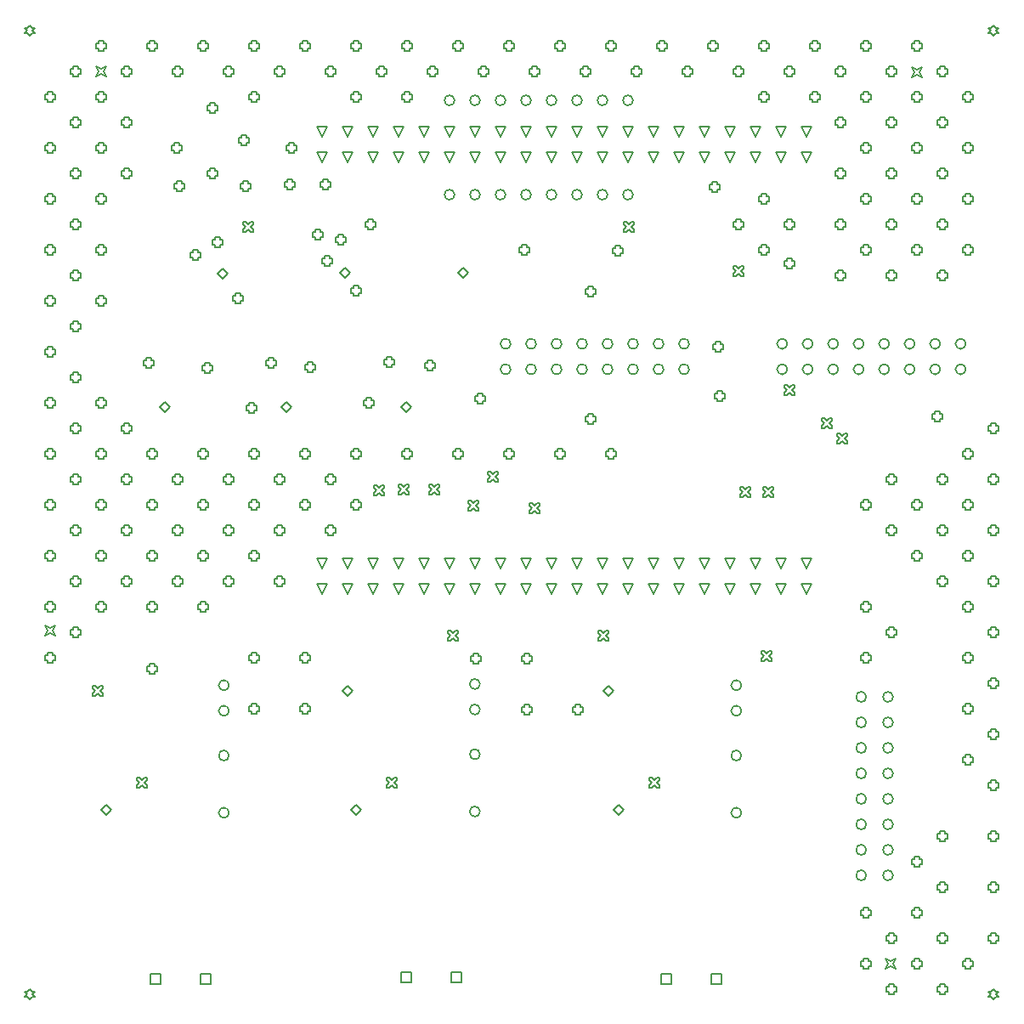
<source format=gbr>
G04 Layer_Color=2752767*
%FSLAX26Y26*%
%MOIN*%
%TF.FileFunction,Drawing*%
%TF.Part,Single*%
G01*
G75*
%TA.AperFunction,NonConductor*%
%ADD65C,0.005000*%
%ADD83C,0.006667*%
D65*
X471575Y40000D02*
Y80000D01*
X511575D01*
Y40000D01*
X471575D01*
X668425D02*
Y80000D01*
X708425D01*
Y40000D01*
X668425D01*
X1455945Y45000D02*
Y85000D01*
X1495945D01*
Y45000D01*
X1455945D01*
X1652795D02*
Y85000D01*
X1692795D01*
Y45000D01*
X1652795D01*
X2476575Y40000D02*
Y80000D01*
X2516575D01*
Y40000D01*
X2476575D01*
X2673425D02*
Y80000D01*
X2713425D01*
Y40000D01*
X2673425D01*
X1245000Y3262913D02*
X1225000Y3302913D01*
X1265000D01*
X1245000Y3262913D01*
X1345000D02*
X1325000Y3302913D01*
X1365000D01*
X1345000Y3262913D01*
X1445000D02*
X1425000Y3302913D01*
X1465000D01*
X1445000Y3262913D01*
X1545000D02*
X1525000Y3302913D01*
X1565000D01*
X1545000Y3262913D01*
X1645000D02*
X1625000Y3302913D01*
X1665000D01*
X1645000Y3262913D01*
X1745000D02*
X1725000Y3302913D01*
X1765000D01*
X1745000Y3262913D01*
X1845000D02*
X1825000Y3302913D01*
X1865000D01*
X1845000Y3262913D01*
X1945000D02*
X1925000Y3302913D01*
X1965000D01*
X1945000Y3262913D01*
X2045000D02*
X2025000Y3302913D01*
X2065000D01*
X2045000Y3262913D01*
X2145000D02*
X2125000Y3302913D01*
X2165000D01*
X2145000Y3262913D01*
X2245000D02*
X2225000Y3302913D01*
X2265000D01*
X2245000Y3262913D01*
X2345000D02*
X2325000Y3302913D01*
X2365000D01*
X2345000Y3262913D01*
X2445000D02*
X2425000Y3302913D01*
X2465000D01*
X2445000Y3262913D01*
X2545000D02*
X2525000Y3302913D01*
X2565000D01*
X2545000Y3262913D01*
X2645000D02*
X2625000Y3302913D01*
X2665000D01*
X2645000Y3262913D01*
X2745000D02*
X2725000Y3302913D01*
X2765000D01*
X2745000Y3262913D01*
X2845000D02*
X2825000Y3302913D01*
X2865000D01*
X2845000Y3262913D01*
X2945000D02*
X2925000Y3302913D01*
X2965000D01*
X2945000Y3262913D01*
X3045000D02*
X3025000Y3302913D01*
X3065000D01*
X3045000Y3262913D01*
X1145000Y3362913D02*
X1125000Y3402913D01*
X1165000D01*
X1145000Y3362913D01*
X1245000D02*
X1225000Y3402913D01*
X1265000D01*
X1245000Y3362913D01*
X1345000D02*
X1325000Y3402913D01*
X1365000D01*
X1345000Y3362913D01*
X1445000D02*
X1425000Y3402913D01*
X1465000D01*
X1445000Y3362913D01*
X1545000D02*
X1525000Y3402913D01*
X1565000D01*
X1545000Y3362913D01*
X1645000D02*
X1625000Y3402913D01*
X1665000D01*
X1645000Y3362913D01*
X1745000D02*
X1725000Y3402913D01*
X1765000D01*
X1745000Y3362913D01*
X1845000D02*
X1825000Y3402913D01*
X1865000D01*
X1845000Y3362913D01*
X1945000D02*
X1925000Y3402913D01*
X1965000D01*
X1945000Y3362913D01*
X2045000D02*
X2025000Y3402913D01*
X2065000D01*
X2045000Y3362913D01*
X2145000D02*
X2125000Y3402913D01*
X2165000D01*
X2145000Y3362913D01*
X2245000D02*
X2225000Y3402913D01*
X2265000D01*
X2245000Y3362913D01*
X2345000D02*
X2325000Y3402913D01*
X2365000D01*
X2345000Y3362913D01*
X2445000D02*
X2425000Y3402913D01*
X2465000D01*
X2445000Y3362913D01*
X2545000D02*
X2525000Y3402913D01*
X2565000D01*
X2545000Y3362913D01*
X2645000D02*
X2625000Y3402913D01*
X2665000D01*
X2645000Y3362913D01*
X2745000D02*
X2725000Y3402913D01*
X2765000D01*
X2745000Y3362913D01*
X2845000D02*
X2825000Y3402913D01*
X2865000D01*
X2845000Y3362913D01*
X2945000D02*
X2925000Y3402913D01*
X2965000D01*
X2945000Y3362913D01*
X3045000D02*
X3025000Y3402913D01*
X3065000D01*
X3045000Y3362913D01*
X1145000Y3262913D02*
X1125000Y3302913D01*
X1165000D01*
X1145000Y3262913D01*
X3045000Y1670000D02*
X3025000Y1710000D01*
X3065000D01*
X3045000Y1670000D01*
X2945000D02*
X2925000Y1710000D01*
X2965000D01*
X2945000Y1670000D01*
X2845000D02*
X2825000Y1710000D01*
X2865000D01*
X2845000Y1670000D01*
X2745000D02*
X2725000Y1710000D01*
X2765000D01*
X2745000Y1670000D01*
X2645000D02*
X2625000Y1710000D01*
X2665000D01*
X2645000Y1670000D01*
X2545000D02*
X2525000Y1710000D01*
X2565000D01*
X2545000Y1670000D01*
X2445000D02*
X2425000Y1710000D01*
X2465000D01*
X2445000Y1670000D01*
X2345000D02*
X2325000Y1710000D01*
X2365000D01*
X2345000Y1670000D01*
X2245000D02*
X2225000Y1710000D01*
X2265000D01*
X2245000Y1670000D01*
X2145000D02*
X2125000Y1710000D01*
X2165000D01*
X2145000Y1670000D01*
X2045000D02*
X2025000Y1710000D01*
X2065000D01*
X2045000Y1670000D01*
X1945000D02*
X1925000Y1710000D01*
X1965000D01*
X1945000Y1670000D01*
X1845000D02*
X1825000Y1710000D01*
X1865000D01*
X1845000Y1670000D01*
X1745000D02*
X1725000Y1710000D01*
X1765000D01*
X1745000Y1670000D01*
X1645000D02*
X1625000Y1710000D01*
X1665000D01*
X1645000Y1670000D01*
X1545000D02*
X1525000Y1710000D01*
X1565000D01*
X1545000Y1670000D01*
X1445000D02*
X1425000Y1710000D01*
X1465000D01*
X1445000Y1670000D01*
X1345000D02*
X1325000Y1710000D01*
X1365000D01*
X1345000Y1670000D01*
X1245000D02*
X1225000Y1710000D01*
X1265000D01*
X1245000Y1670000D01*
X1145000D02*
X1125000Y1710000D01*
X1165000D01*
X1145000Y1670000D01*
X3045000Y1570000D02*
X3025000Y1610000D01*
X3065000D01*
X3045000Y1570000D01*
X2945000D02*
X2925000Y1610000D01*
X2965000D01*
X2945000Y1570000D01*
X2845000D02*
X2825000Y1610000D01*
X2865000D01*
X2845000Y1570000D01*
X2745000D02*
X2725000Y1610000D01*
X2765000D01*
X2745000Y1570000D01*
X2645000D02*
X2625000Y1610000D01*
X2665000D01*
X2645000Y1570000D01*
X2545000D02*
X2525000Y1610000D01*
X2565000D01*
X2545000Y1570000D01*
X2445000D02*
X2425000Y1610000D01*
X2465000D01*
X2445000Y1570000D01*
X2345000D02*
X2325000Y1610000D01*
X2365000D01*
X2345000Y1570000D01*
X2245000D02*
X2225000Y1610000D01*
X2265000D01*
X2245000Y1570000D01*
X2145000D02*
X2125000Y1610000D01*
X2165000D01*
X2145000Y1570000D01*
X2045000D02*
X2025000Y1610000D01*
X2065000D01*
X2045000Y1570000D01*
X1945000D02*
X1925000Y1610000D01*
X1965000D01*
X1945000Y1570000D01*
X1845000D02*
X1825000Y1610000D01*
X1865000D01*
X1845000Y1570000D01*
X1745000D02*
X1725000Y1610000D01*
X1765000D01*
X1745000Y1570000D01*
X1645000D02*
X1625000Y1610000D01*
X1665000D01*
X1645000Y1570000D01*
X1545000D02*
X1525000Y1610000D01*
X1565000D01*
X1545000Y1570000D01*
X1445000D02*
X1425000Y1610000D01*
X1465000D01*
X1445000Y1570000D01*
X1345000D02*
X1325000Y1610000D01*
X1365000D01*
X1345000Y1570000D01*
X1245000D02*
X1225000Y1610000D01*
X1265000D01*
X1245000Y1570000D01*
X1145000D02*
X1125000Y1610000D01*
X1165000D01*
X1145000Y1570000D01*
X1Y-20000D02*
X10001Y-10000D01*
X20001D01*
X10001Y-0D01*
X20001Y10000D01*
X10001D01*
X1Y20000D01*
X-9999Y10000D01*
X-19999D01*
X-9999Y-0D01*
X-19999Y-10000D01*
X-9999D01*
X1Y-20000D01*
Y3759528D02*
X10001Y3769528D01*
X20001D01*
X10001Y3779528D01*
X20001Y3789528D01*
X10001D01*
X1Y3799528D01*
X-9999Y3789528D01*
X-19999D01*
X-9999Y3779528D01*
X-19999Y3769528D01*
X-9999D01*
X1Y3759528D01*
X3779527Y-20000D02*
X3789527Y-10000D01*
X3799527D01*
X3789527Y-0D01*
X3799527Y10000D01*
X3789527D01*
X3779527Y20000D01*
X3769527Y10000D01*
X3759527D01*
X3769527Y-0D01*
X3759527Y-10000D01*
X3769527D01*
X3779527Y-20000D01*
Y3759528D02*
X3789527Y3769528D01*
X3799527D01*
X3789527Y3779528D01*
X3799527Y3789528D01*
X3789527D01*
X3779527Y3799528D01*
X3769527Y3789528D01*
X3759527D01*
X3769527Y3779528D01*
X3759527Y3769528D01*
X3769527D01*
X3779527Y3759528D01*
X60000Y1405000D02*
X70000Y1425000D01*
X60000Y1445000D01*
X80000Y1435000D01*
X100000Y1445000D01*
X90000Y1425000D01*
X100000Y1405000D01*
X80000Y1415000D01*
X60000Y1405000D01*
X260000Y3600000D02*
X270000Y3620000D01*
X260000Y3640000D01*
X280000Y3630000D01*
X300000Y3640000D01*
X290000Y3620000D01*
X300000Y3600000D01*
X280000Y3610000D01*
X260000Y3600000D01*
X3460000Y3595000D02*
X3470000Y3615000D01*
X3460000Y3635000D01*
X3480000Y3625000D01*
X3500000Y3635000D01*
X3490000Y3615000D01*
X3500000Y3595000D01*
X3480000Y3605000D01*
X3460000Y3595000D01*
X3355000Y100000D02*
X3365000Y120000D01*
X3355000Y140000D01*
X3375000Y130000D01*
X3395000Y140000D01*
X3385000Y120000D01*
X3395000Y100000D01*
X3375000Y110000D01*
X3355000Y100000D01*
X1930000Y2910000D02*
Y2900000D01*
X1950000D01*
Y2910000D01*
X1960000D01*
Y2930000D01*
X1950000D01*
Y2940000D01*
X1930000D01*
Y2930000D01*
X1920000D01*
Y2910000D01*
X1930000D01*
X2760000Y2815000D02*
X2770000D01*
X2780000Y2825000D01*
X2790000Y2815000D01*
X2800000D01*
Y2825000D01*
X2790000Y2835000D01*
X2800000Y2845000D01*
Y2855000D01*
X2790000D01*
X2780000Y2845000D01*
X2770000Y2855000D01*
X2760000D01*
Y2845000D01*
X2770000Y2835000D01*
X2760000Y2825000D01*
Y2815000D01*
X2190000Y2745000D02*
Y2735000D01*
X2210000D01*
Y2745000D01*
X2220000D01*
Y2765000D01*
X2210000D01*
Y2775000D01*
X2190000D01*
Y2765000D01*
X2180000D01*
Y2745000D01*
X2190000D01*
X1170000Y2010000D02*
Y2000000D01*
X1190000D01*
Y2010000D01*
X1200000D01*
Y2030000D01*
X1190000D01*
Y2040000D01*
X1170000D01*
Y2030000D01*
X1160000D01*
Y2010000D01*
X1170000D01*
X1270000Y2110000D02*
Y2100000D01*
X1290000D01*
Y2110000D01*
X1300000D01*
Y2130000D01*
X1290000D01*
Y2140000D01*
X1270000D01*
Y2130000D01*
X1260000D01*
Y2110000D01*
X1270000D01*
X870000D02*
Y2100000D01*
X890000D01*
Y2110000D01*
X900000D01*
Y2130000D01*
X890000D01*
Y2140000D01*
X870000D01*
Y2130000D01*
X860000D01*
Y2110000D01*
X870000D01*
X970000Y2010000D02*
Y2000000D01*
X990000D01*
Y2010000D01*
X1000000D01*
Y2030000D01*
X990000D01*
Y2040000D01*
X970000D01*
Y2030000D01*
X960000D01*
Y2010000D01*
X970000D01*
X1070000Y2110000D02*
Y2100000D01*
X1090000D01*
Y2110000D01*
X1100000D01*
Y2130000D01*
X1090000D01*
Y2140000D01*
X1070000D01*
Y2130000D01*
X1060000D01*
Y2110000D01*
X1070000D01*
X1270000Y2750000D02*
Y2740000D01*
X1290000D01*
Y2750000D01*
X1300000D01*
Y2770000D01*
X1290000D01*
Y2780000D01*
X1270000D01*
Y2770000D01*
X1260000D01*
Y2750000D01*
X1270000D01*
X1215000Y2830000D02*
X1235000Y2850000D01*
X1255000Y2830000D01*
X1235000Y2810000D01*
X1215000Y2830000D01*
X509370Y2300630D02*
X529370Y2320630D01*
X549370Y2300630D01*
X529370Y2280630D01*
X509370Y2300630D01*
X984370D02*
X1004370Y2320630D01*
X1024370Y2300630D01*
X1004370Y2280630D01*
X984370Y2300630D01*
X1454370D02*
X1474370Y2320630D01*
X1494370Y2300630D01*
X1474370Y2280630D01*
X1454370Y2300630D01*
X1397717Y2470000D02*
Y2460000D01*
X1417717D01*
Y2470000D01*
X1427717D01*
Y2490000D01*
X1417717D01*
Y2500000D01*
X1397717D01*
Y2490000D01*
X1387717D01*
Y2470000D01*
X1397717D01*
X935000Y2465000D02*
Y2455000D01*
X955000D01*
Y2465000D01*
X965000D01*
Y2485000D01*
X955000D01*
Y2495000D01*
X935000D01*
Y2485000D01*
X925000D01*
Y2465000D01*
X935000D01*
X1677717Y2830000D02*
X1697717Y2850000D01*
X1717717Y2830000D01*
X1697717Y2810000D01*
X1677717Y2830000D01*
X735000Y2825000D02*
X755000Y2845000D01*
X775000Y2825000D01*
X755000Y2805000D01*
X735000Y2825000D01*
X835000Y2990000D02*
X845000D01*
X855000Y3000000D01*
X865000Y2990000D01*
X875000D01*
Y3000000D01*
X865000Y3010000D01*
X875000Y3020000D01*
Y3030000D01*
X865000D01*
X855000Y3020000D01*
X845000Y3030000D01*
X835000D01*
Y3020000D01*
X845000Y3010000D01*
X835000Y3000000D01*
Y2990000D01*
X2330000D02*
X2340000D01*
X2350000Y3000000D01*
X2360000Y2990000D01*
X2370000D01*
Y3000000D01*
X2360000Y3010000D01*
X2370000Y3020000D01*
Y3030000D01*
X2360000D01*
X2350000Y3020000D01*
X2340000Y3030000D01*
X2330000D01*
Y3020000D01*
X2340000Y3010000D01*
X2330000Y3000000D01*
Y2990000D01*
X2870000Y1305000D02*
X2880000D01*
X2890000Y1315000D01*
X2900000Y1305000D01*
X2910000D01*
Y1315000D01*
X2900000Y1325000D01*
X2910000Y1335000D01*
Y1345000D01*
X2900000D01*
X2890000Y1335000D01*
X2880000Y1345000D01*
X2870000D01*
Y1335000D01*
X2880000Y1325000D01*
X2870000Y1315000D01*
Y1305000D01*
X1225000Y1190000D02*
X1245000Y1210000D01*
X1265000Y1190000D01*
X1245000Y1170000D01*
X1225000Y1190000D01*
X2250000D02*
X2270000Y1210000D01*
X2290000Y1190000D01*
X2270000Y1170000D01*
X2250000Y1190000D01*
X245000Y1170000D02*
X255000D01*
X265000Y1180000D01*
X275000Y1170000D01*
X285000D01*
Y1180000D01*
X275000Y1190000D01*
X285000Y1200000D01*
Y1210000D01*
X275000D01*
X265000Y1200000D01*
X255000Y1210000D01*
X245000D01*
Y1200000D01*
X255000Y1190000D01*
X245000Y1180000D01*
Y1170000D01*
X1640000Y1385000D02*
X1650000D01*
X1660000Y1395000D01*
X1670000Y1385000D01*
X1680000D01*
Y1395000D01*
X1670000Y1405000D01*
X1680000Y1415000D01*
Y1425000D01*
X1670000D01*
X1660000Y1415000D01*
X1650000Y1425000D01*
X1640000D01*
Y1415000D01*
X1650000Y1405000D01*
X1640000Y1395000D01*
Y1385000D01*
X2230000D02*
X2240000D01*
X2250000Y1395000D01*
X2260000Y1385000D01*
X2270000D01*
Y1395000D01*
X2260000Y1405000D01*
X2270000Y1415000D01*
Y1425000D01*
X2260000D01*
X2250000Y1415000D01*
X2240000Y1425000D01*
X2230000D01*
Y1415000D01*
X2240000Y1405000D01*
X2230000Y1395000D01*
Y1385000D01*
X2430000Y810000D02*
X2440000D01*
X2450000Y820000D01*
X2460000Y810000D01*
X2470000D01*
Y820000D01*
X2460000Y830000D01*
X2470000Y840000D01*
Y850000D01*
X2460000D01*
X2450000Y840000D01*
X2440000Y850000D01*
X2430000D01*
Y840000D01*
X2440000Y830000D01*
X2430000Y820000D01*
Y810000D01*
X2287598Y722598D02*
X2307598Y742598D01*
X2327598Y722598D01*
X2307598Y702598D01*
X2287598Y722598D01*
X1400000Y810000D02*
X1410000D01*
X1420000Y820000D01*
X1430000Y810000D01*
X1440000D01*
Y820000D01*
X1430000Y830000D01*
X1440000Y840000D01*
Y850000D01*
X1430000D01*
X1420000Y840000D01*
X1410000Y850000D01*
X1400000D01*
Y840000D01*
X1410000Y830000D01*
X1400000Y820000D01*
Y810000D01*
X1257598Y722598D02*
X1277598Y742598D01*
X1297598Y722598D01*
X1277598Y702598D01*
X1257598Y722598D01*
X420000Y810000D02*
X430000D01*
X440000Y820000D01*
X450000Y810000D01*
X460000D01*
Y820000D01*
X450000Y830000D01*
X460000Y840000D01*
Y850000D01*
X450000D01*
X440000Y840000D01*
X430000Y850000D01*
X420000D01*
Y840000D01*
X430000Y830000D01*
X420000Y820000D01*
Y810000D01*
X277598Y722598D02*
X297598Y742598D01*
X317598Y722598D01*
X297598Y702598D01*
X277598Y722598D01*
X2675000Y3155000D02*
Y3145000D01*
X2695000D01*
Y3155000D01*
X2705000D01*
Y3175000D01*
X2695000D01*
Y3185000D01*
X2675000D01*
Y3175000D01*
X2665000D01*
Y3155000D01*
X2675000D01*
X1960000Y1885000D02*
X1970000D01*
X1980000Y1895000D01*
X1990000Y1885000D01*
X2000000D01*
Y1895000D01*
X1990000Y1905000D01*
X2000000Y1915000D01*
Y1925000D01*
X1990000D01*
X1980000Y1915000D01*
X1970000Y1925000D01*
X1960000D01*
Y1915000D01*
X1970000Y1905000D01*
X1960000Y1895000D01*
Y1885000D01*
X1795000Y2010000D02*
X1805000D01*
X1815000Y2020000D01*
X1825000Y2010000D01*
X1835000D01*
Y2020000D01*
X1825000Y2030000D01*
X1835000Y2040000D01*
Y2050000D01*
X1825000D01*
X1815000Y2040000D01*
X1805000Y2050000D01*
X1795000D01*
Y2040000D01*
X1805000Y2030000D01*
X1795000Y2020000D01*
Y2010000D01*
X1270000Y3510000D02*
Y3500000D01*
X1290000D01*
Y3510000D01*
X1300000D01*
Y3530000D01*
X1290000D01*
Y3540000D01*
X1270000D01*
Y3530000D01*
X1260000D01*
Y3510000D01*
X1270000D01*
X1470000D02*
Y3500000D01*
X1490000D01*
Y3510000D01*
X1500000D01*
Y3530000D01*
X1490000D01*
Y3540000D01*
X1470000D01*
Y3530000D01*
X1460000D01*
Y3510000D01*
X1470000D01*
X3370000Y1410000D02*
Y1400000D01*
X3390000D01*
Y1410000D01*
X3400000D01*
Y1430000D01*
X3390000D01*
Y1440000D01*
X3370000D01*
Y1430000D01*
X3360000D01*
Y1410000D01*
X3370000D01*
X3270000Y1310000D02*
Y1300000D01*
X3290000D01*
Y1310000D01*
X3300000D01*
Y1330000D01*
X3290000D01*
Y1340000D01*
X3270000D01*
Y1330000D01*
X3260000D01*
Y1310000D01*
X3270000D01*
Y1510000D02*
Y1500000D01*
X3290000D01*
Y1510000D01*
X3300000D01*
Y1530000D01*
X3290000D01*
Y1540000D01*
X3270000D01*
Y1530000D01*
X3260000D01*
Y1510000D01*
X3270000D01*
X1740000Y1305000D02*
Y1295000D01*
X1760000D01*
Y1305000D01*
X1770000D01*
Y1325000D01*
X1760000D01*
Y1335000D01*
X1740000D01*
Y1325000D01*
X1730000D01*
Y1305000D01*
X1740000D01*
X1940000D02*
Y1295000D01*
X1960000D01*
Y1305000D01*
X1970000D01*
Y1325000D01*
X1960000D01*
Y1335000D01*
X1940000D01*
Y1325000D01*
X1930000D01*
Y1305000D01*
X1940000D01*
Y1105000D02*
Y1095000D01*
X1960000D01*
Y1105000D01*
X1970000D01*
Y1125000D01*
X1960000D01*
Y1135000D01*
X1940000D01*
Y1125000D01*
X1930000D01*
Y1105000D01*
X1940000D01*
X2140000D02*
Y1095000D01*
X2160000D01*
Y1105000D01*
X2170000D01*
Y1125000D01*
X2160000D01*
Y1135000D01*
X2140000D01*
Y1125000D01*
X2130000D01*
Y1105000D01*
X2140000D01*
X3570000Y210000D02*
Y200000D01*
X3590000D01*
Y210000D01*
X3600000D01*
Y230000D01*
X3590000D01*
Y240000D01*
X3570000D01*
Y230000D01*
X3560000D01*
Y210000D01*
X3570000D01*
X3670000Y110000D02*
Y100000D01*
X3690000D01*
Y110000D01*
X3700000D01*
Y130000D01*
X3690000D01*
Y140000D01*
X3670000D01*
Y130000D01*
X3660000D01*
Y110000D01*
X3670000D01*
X3370000Y10000D02*
Y0D01*
X3390000D01*
Y10000D01*
X3400000D01*
Y30000D01*
X3390000D01*
Y40000D01*
X3370000D01*
Y30000D01*
X3360000D01*
Y10000D01*
X3370000D01*
X3470000Y110000D02*
Y100000D01*
X3490000D01*
Y110000D01*
X3500000D01*
Y130000D01*
X3490000D01*
Y140000D01*
X3470000D01*
Y130000D01*
X3460000D01*
Y110000D01*
X3470000D01*
X3570000Y10000D02*
Y0D01*
X3590000D01*
Y10000D01*
X3600000D01*
Y30000D01*
X3590000D01*
Y40000D01*
X3570000D01*
Y30000D01*
X3560000D01*
Y10000D01*
X3570000D01*
X3270000Y310000D02*
Y300000D01*
X3290000D01*
Y310000D01*
X3300000D01*
Y330000D01*
X3290000D01*
Y340000D01*
X3270000D01*
Y330000D01*
X3260000D01*
Y310000D01*
X3270000D01*
X3370000Y210000D02*
Y200000D01*
X3390000D01*
Y210000D01*
X3400000D01*
Y230000D01*
X3390000D01*
Y240000D01*
X3370000D01*
Y230000D01*
X3360000D01*
Y210000D01*
X3370000D01*
X3270000Y110000D02*
Y100000D01*
X3290000D01*
Y110000D01*
X3300000D01*
Y130000D01*
X3290000D01*
Y140000D01*
X3270000D01*
Y130000D01*
X3260000D01*
Y110000D01*
X3270000D01*
X3570000Y610000D02*
Y600000D01*
X3590000D01*
Y610000D01*
X3600000D01*
Y630000D01*
X3590000D01*
Y640000D01*
X3570000D01*
Y630000D01*
X3560000D01*
Y610000D01*
X3570000D01*
X3470000Y510000D02*
Y500000D01*
X3490000D01*
Y510000D01*
X3500000D01*
Y530000D01*
X3490000D01*
Y540000D01*
X3470000D01*
Y530000D01*
X3460000D01*
Y510000D01*
X3470000D01*
X3570000Y410000D02*
Y400000D01*
X3590000D01*
Y410000D01*
X3600000D01*
Y430000D01*
X3590000D01*
Y440000D01*
X3570000D01*
Y430000D01*
X3560000D01*
Y410000D01*
X3570000D01*
X3470000Y310000D02*
Y300000D01*
X3490000D01*
Y310000D01*
X3500000D01*
Y330000D01*
X3490000D01*
Y340000D01*
X3470000D01*
Y330000D01*
X3460000D01*
Y310000D01*
X3470000D01*
X3770000Y210000D02*
Y200000D01*
X3790000D01*
Y210000D01*
X3800000D01*
Y230000D01*
X3790000D01*
Y240000D01*
X3770000D01*
Y230000D01*
X3760000D01*
Y210000D01*
X3770000D01*
Y410000D02*
Y400000D01*
X3790000D01*
Y410000D01*
X3800000D01*
Y430000D01*
X3790000D01*
Y440000D01*
X3770000D01*
Y430000D01*
X3760000D01*
Y410000D01*
X3770000D01*
Y610000D02*
Y600000D01*
X3790000D01*
Y610000D01*
X3800000D01*
Y630000D01*
X3790000D01*
Y640000D01*
X3770000D01*
Y630000D01*
X3760000D01*
Y610000D01*
X3770000D01*
Y810000D02*
Y800000D01*
X3790000D01*
Y810000D01*
X3800000D01*
Y830000D01*
X3790000D01*
Y840000D01*
X3770000D01*
Y830000D01*
X3760000D01*
Y810000D01*
X3770000D01*
X3670000Y910000D02*
Y900000D01*
X3690000D01*
Y910000D01*
X3700000D01*
Y930000D01*
X3690000D01*
Y940000D01*
X3670000D01*
Y930000D01*
X3660000D01*
Y910000D01*
X3670000D01*
Y1110000D02*
Y1100000D01*
X3690000D01*
Y1110000D01*
X3700000D01*
Y1130000D01*
X3690000D01*
Y1140000D01*
X3670000D01*
Y1130000D01*
X3660000D01*
Y1110000D01*
X3670000D01*
Y1310000D02*
Y1300000D01*
X3690000D01*
Y1310000D01*
X3700000D01*
Y1330000D01*
X3690000D01*
Y1340000D01*
X3670000D01*
Y1330000D01*
X3660000D01*
Y1310000D01*
X3670000D01*
X3770000Y1010000D02*
Y1000000D01*
X3790000D01*
Y1010000D01*
X3800000D01*
Y1030000D01*
X3790000D01*
Y1040000D01*
X3770000D01*
Y1030000D01*
X3760000D01*
Y1010000D01*
X3770000D01*
Y1210000D02*
Y1200000D01*
X3790000D01*
Y1210000D01*
X3800000D01*
Y1230000D01*
X3790000D01*
Y1240000D01*
X3770000D01*
Y1230000D01*
X3760000D01*
Y1210000D01*
X3770000D01*
Y2210000D02*
Y2200000D01*
X3790000D01*
Y2210000D01*
X3800000D01*
Y2230000D01*
X3790000D01*
Y2240000D01*
X3770000D01*
Y2230000D01*
X3760000D01*
Y2210000D01*
X3770000D01*
Y2010000D02*
Y2000000D01*
X3790000D01*
Y2010000D01*
X3800000D01*
Y2030000D01*
X3790000D01*
Y2040000D01*
X3770000D01*
Y2030000D01*
X3760000D01*
Y2010000D01*
X3770000D01*
Y1410000D02*
Y1400000D01*
X3790000D01*
Y1410000D01*
X3800000D01*
Y1430000D01*
X3790000D01*
Y1440000D01*
X3770000D01*
Y1430000D01*
X3760000D01*
Y1410000D01*
X3770000D01*
X3670000Y1510000D02*
Y1500000D01*
X3690000D01*
Y1510000D01*
X3700000D01*
Y1530000D01*
X3690000D01*
Y1540000D01*
X3670000D01*
Y1530000D01*
X3660000D01*
Y1510000D01*
X3670000D01*
X3570000Y1610000D02*
Y1600000D01*
X3590000D01*
Y1610000D01*
X3600000D01*
Y1630000D01*
X3590000D01*
Y1640000D01*
X3570000D01*
Y1630000D01*
X3560000D01*
Y1610000D01*
X3570000D01*
X3770000D02*
Y1600000D01*
X3790000D01*
Y1610000D01*
X3800000D01*
Y1630000D01*
X3790000D01*
Y1640000D01*
X3770000D01*
Y1630000D01*
X3760000D01*
Y1610000D01*
X3770000D01*
X3470000Y1710000D02*
Y1700000D01*
X3490000D01*
Y1710000D01*
X3500000D01*
Y1730000D01*
X3490000D01*
Y1740000D01*
X3470000D01*
Y1730000D01*
X3460000D01*
Y1710000D01*
X3470000D01*
X3670000D02*
Y1700000D01*
X3690000D01*
Y1710000D01*
X3700000D01*
Y1730000D01*
X3690000D01*
Y1740000D01*
X3670000D01*
Y1730000D01*
X3660000D01*
Y1710000D01*
X3670000D01*
X3770000Y1810000D02*
Y1800000D01*
X3790000D01*
Y1810000D01*
X3800000D01*
Y1830000D01*
X3790000D01*
Y1840000D01*
X3770000D01*
Y1830000D01*
X3760000D01*
Y1810000D01*
X3770000D01*
X3670000Y1910000D02*
Y1900000D01*
X3690000D01*
Y1910000D01*
X3700000D01*
Y1930000D01*
X3690000D01*
Y1940000D01*
X3670000D01*
Y1930000D01*
X3660000D01*
Y1910000D01*
X3670000D01*
X3570000Y1810000D02*
Y1800000D01*
X3590000D01*
Y1810000D01*
X3600000D01*
Y1830000D01*
X3590000D01*
Y1840000D01*
X3570000D01*
Y1830000D01*
X3560000D01*
Y1810000D01*
X3570000D01*
X3370000D02*
Y1800000D01*
X3390000D01*
Y1810000D01*
X3400000D01*
Y1830000D01*
X3390000D01*
Y1840000D01*
X3370000D01*
Y1830000D01*
X3360000D01*
Y1810000D01*
X3370000D01*
X3270000Y1910000D02*
Y1900000D01*
X3290000D01*
Y1910000D01*
X3300000D01*
Y1930000D01*
X3290000D01*
Y1940000D01*
X3270000D01*
Y1930000D01*
X3260000D01*
Y1910000D01*
X3270000D01*
X3470000D02*
Y1900000D01*
X3490000D01*
Y1910000D01*
X3500000D01*
Y1930000D01*
X3490000D01*
Y1940000D01*
X3470000D01*
Y1930000D01*
X3460000D01*
Y1910000D01*
X3470000D01*
X3550000Y2255000D02*
Y2245000D01*
X3570000D01*
Y2255000D01*
X3580000D01*
Y2275000D01*
X3570000D01*
Y2285000D01*
X3550000D01*
Y2275000D01*
X3540000D01*
Y2255000D01*
X3550000D01*
X3570000Y2010000D02*
Y2000000D01*
X3590000D01*
Y2010000D01*
X3600000D01*
Y2030000D01*
X3590000D01*
Y2040000D01*
X3570000D01*
Y2030000D01*
X3560000D01*
Y2010000D01*
X3570000D01*
X3370000D02*
Y2000000D01*
X3390000D01*
Y2010000D01*
X3400000D01*
Y2030000D01*
X3390000D01*
Y2040000D01*
X3370000D01*
Y2030000D01*
X3360000D01*
Y2010000D01*
X3370000D01*
X3670000Y2110000D02*
Y2100000D01*
X3690000D01*
Y2110000D01*
X3700000D01*
Y2130000D01*
X3690000D01*
Y2140000D01*
X3670000D01*
Y2130000D01*
X3660000D01*
Y2110000D01*
X3670000D01*
Y2910000D02*
Y2900000D01*
X3690000D01*
Y2910000D01*
X3700000D01*
Y2930000D01*
X3690000D01*
Y2940000D01*
X3670000D01*
Y2930000D01*
X3660000D01*
Y2910000D01*
X3670000D01*
X2190000Y2245000D02*
Y2235000D01*
X2210000D01*
Y2245000D01*
X2220000D01*
Y2265000D01*
X2210000D01*
Y2275000D01*
X2190000D01*
Y2265000D01*
X2180000D01*
Y2245000D01*
X2190000D01*
X2695000Y2335000D02*
Y2325000D01*
X2715000D01*
Y2335000D01*
X2725000D01*
Y2355000D01*
X2715000D01*
Y2365000D01*
X2695000D01*
Y2355000D01*
X2685000D01*
Y2335000D01*
X2695000D01*
X1755000Y2325000D02*
Y2315000D01*
X1775000D01*
Y2325000D01*
X1785000D01*
Y2345000D01*
X1775000D01*
Y2355000D01*
X1755000D01*
Y2345000D01*
X1745000D01*
Y2325000D01*
X1755000D01*
X2690000Y2530000D02*
Y2520000D01*
X2710000D01*
Y2530000D01*
X2720000D01*
Y2550000D01*
X2710000D01*
Y2560000D01*
X2690000D01*
Y2550000D01*
X2680000D01*
Y2530000D01*
X2690000D01*
X2295000Y2905000D02*
Y2895000D01*
X2315000D01*
Y2905000D01*
X2325000D01*
Y2925000D01*
X2315000D01*
Y2935000D01*
X2295000D01*
Y2925000D01*
X2285000D01*
Y2905000D01*
X2295000D01*
X2970000Y2855000D02*
Y2845000D01*
X2990000D01*
Y2855000D01*
X3000000D01*
Y2875000D01*
X2990000D01*
Y2885000D01*
X2970000D01*
Y2875000D01*
X2960000D01*
Y2855000D01*
X2970000D01*
X2870000Y2910000D02*
Y2900000D01*
X2890000D01*
Y2910000D01*
X2900000D01*
Y2930000D01*
X2890000D01*
Y2940000D01*
X2870000D01*
Y2930000D01*
X2860000D01*
Y2910000D01*
X2870000D01*
X2770000Y3010000D02*
Y3000000D01*
X2790000D01*
Y3010000D01*
X2800000D01*
Y3030000D01*
X2790000D01*
Y3040000D01*
X2770000D01*
Y3030000D01*
X2760000D01*
Y3010000D01*
X2770000D01*
X2970000D02*
Y3000000D01*
X2990000D01*
Y3010000D01*
X3000000D01*
Y3030000D01*
X2990000D01*
Y3040000D01*
X2970000D01*
Y3030000D01*
X2960000D01*
Y3010000D01*
X2970000D01*
X2870000Y3110000D02*
Y3100000D01*
X2890000D01*
Y3110000D01*
X2900000D01*
Y3130000D01*
X2890000D01*
Y3140000D01*
X2870000D01*
Y3130000D01*
X2860000D01*
Y3110000D01*
X2870000D01*
Y3510000D02*
Y3500000D01*
X2890000D01*
Y3510000D01*
X2900000D01*
Y3530000D01*
X2890000D01*
Y3540000D01*
X2870000D01*
Y3530000D01*
X2860000D01*
Y3510000D01*
X2870000D01*
X3070000D02*
Y3500000D01*
X3090000D01*
Y3510000D01*
X3100000D01*
Y3530000D01*
X3090000D01*
Y3540000D01*
X3070000D01*
Y3530000D01*
X3060000D01*
Y3510000D01*
X3070000D01*
X3670000D02*
Y3500000D01*
X3690000D01*
Y3510000D01*
X3700000D01*
Y3530000D01*
X3690000D01*
Y3540000D01*
X3670000D01*
Y3530000D01*
X3660000D01*
Y3510000D01*
X3670000D01*
X3570000Y3610000D02*
Y3600000D01*
X3590000D01*
Y3610000D01*
X3600000D01*
Y3630000D01*
X3590000D01*
Y3640000D01*
X3570000D01*
Y3630000D01*
X3560000D01*
Y3610000D01*
X3570000D01*
X3670000Y3110000D02*
Y3100000D01*
X3690000D01*
Y3110000D01*
X3700000D01*
Y3130000D01*
X3690000D01*
Y3140000D01*
X3670000D01*
Y3130000D01*
X3660000D01*
Y3110000D01*
X3670000D01*
Y3310000D02*
Y3300000D01*
X3690000D01*
Y3310000D01*
X3700000D01*
Y3330000D01*
X3690000D01*
Y3340000D01*
X3670000D01*
Y3330000D01*
X3660000D01*
Y3310000D01*
X3670000D01*
X3470000Y3110000D02*
Y3100000D01*
X3490000D01*
Y3110000D01*
X3500000D01*
Y3130000D01*
X3490000D01*
Y3140000D01*
X3470000D01*
Y3130000D01*
X3460000D01*
Y3110000D01*
X3470000D01*
X3270000D02*
Y3100000D01*
X3290000D01*
Y3110000D01*
X3300000D01*
Y3130000D01*
X3290000D01*
Y3140000D01*
X3270000D01*
Y3130000D01*
X3260000D01*
Y3110000D01*
X3270000D01*
X3470000Y3510000D02*
Y3500000D01*
X3490000D01*
Y3510000D01*
X3500000D01*
Y3530000D01*
X3490000D01*
Y3540000D01*
X3470000D01*
Y3530000D01*
X3460000D01*
Y3510000D01*
X3470000D01*
X3270000D02*
Y3500000D01*
X3290000D01*
Y3510000D01*
X3300000D01*
Y3530000D01*
X3290000D01*
Y3540000D01*
X3270000D01*
Y3530000D01*
X3260000D01*
Y3510000D01*
X3270000D01*
Y2910000D02*
Y2900000D01*
X3290000D01*
Y2910000D01*
X3300000D01*
Y2930000D01*
X3290000D01*
Y2940000D01*
X3270000D01*
Y2930000D01*
X3260000D01*
Y2910000D01*
X3270000D01*
X3470000D02*
Y2900000D01*
X3490000D01*
Y2910000D01*
X3500000D01*
Y2930000D01*
X3490000D01*
Y2940000D01*
X3470000D01*
Y2930000D01*
X3460000D01*
Y2910000D01*
X3470000D01*
X3370000Y3010000D02*
Y3000000D01*
X3390000D01*
Y3010000D01*
X3400000D01*
Y3030000D01*
X3390000D01*
Y3040000D01*
X3370000D01*
Y3030000D01*
X3360000D01*
Y3010000D01*
X3370000D01*
X3170000D02*
Y3000000D01*
X3190000D01*
Y3010000D01*
X3200000D01*
Y3030000D01*
X3190000D01*
Y3040000D01*
X3170000D01*
Y3030000D01*
X3160000D01*
Y3010000D01*
X3170000D01*
X3570000D02*
Y3000000D01*
X3590000D01*
Y3010000D01*
X3600000D01*
Y3030000D01*
X3590000D01*
Y3040000D01*
X3570000D01*
Y3030000D01*
X3560000D01*
Y3010000D01*
X3570000D01*
X3370000Y2810000D02*
Y2800000D01*
X3390000D01*
Y2810000D01*
X3400000D01*
Y2830000D01*
X3390000D01*
Y2840000D01*
X3370000D01*
Y2830000D01*
X3360000D01*
Y2810000D01*
X3370000D01*
X3170000D02*
Y2800000D01*
X3190000D01*
Y2810000D01*
X3200000D01*
Y2830000D01*
X3190000D01*
Y2840000D01*
X3170000D01*
Y2830000D01*
X3160000D01*
Y2810000D01*
X3170000D01*
X3570000D02*
Y2800000D01*
X3590000D01*
Y2810000D01*
X3600000D01*
Y2830000D01*
X3590000D01*
Y2840000D01*
X3570000D01*
Y2830000D01*
X3560000D01*
Y2810000D01*
X3570000D01*
X3270000Y3310000D02*
Y3300000D01*
X3290000D01*
Y3310000D01*
X3300000D01*
Y3330000D01*
X3290000D01*
Y3340000D01*
X3270000D01*
Y3330000D01*
X3260000D01*
Y3310000D01*
X3270000D01*
X3470000D02*
Y3300000D01*
X3490000D01*
Y3310000D01*
X3500000D01*
Y3330000D01*
X3490000D01*
Y3340000D01*
X3470000D01*
Y3330000D01*
X3460000D01*
Y3310000D01*
X3470000D01*
X3370000Y3410000D02*
Y3400000D01*
X3390000D01*
Y3410000D01*
X3400000D01*
Y3430000D01*
X3390000D01*
Y3440000D01*
X3370000D01*
Y3430000D01*
X3360000D01*
Y3410000D01*
X3370000D01*
X3170000D02*
Y3400000D01*
X3190000D01*
Y3410000D01*
X3200000D01*
Y3430000D01*
X3190000D01*
Y3440000D01*
X3170000D01*
Y3430000D01*
X3160000D01*
Y3410000D01*
X3170000D01*
X3570000D02*
Y3400000D01*
X3590000D01*
Y3410000D01*
X3600000D01*
Y3430000D01*
X3590000D01*
Y3440000D01*
X3570000D01*
Y3430000D01*
X3560000D01*
Y3410000D01*
X3570000D01*
X3370000Y3210000D02*
Y3200000D01*
X3390000D01*
Y3210000D01*
X3400000D01*
Y3230000D01*
X3390000D01*
Y3240000D01*
X3370000D01*
Y3230000D01*
X3360000D01*
Y3210000D01*
X3370000D01*
X3170000D02*
Y3200000D01*
X3190000D01*
Y3210000D01*
X3200000D01*
Y3230000D01*
X3190000D01*
Y3240000D01*
X3170000D01*
Y3230000D01*
X3160000D01*
Y3210000D01*
X3170000D01*
X3570000D02*
Y3200000D01*
X3590000D01*
Y3210000D01*
X3600000D01*
Y3230000D01*
X3590000D01*
Y3240000D01*
X3570000D01*
Y3230000D01*
X3560000D01*
Y3210000D01*
X3570000D01*
X575000Y3160000D02*
Y3150000D01*
X595000D01*
Y3160000D01*
X605000D01*
Y3180000D01*
X595000D01*
Y3190000D01*
X575000D01*
Y3180000D01*
X565000D01*
Y3160000D01*
X575000D01*
X835000D02*
Y3150000D01*
X855000D01*
Y3160000D01*
X865000D01*
Y3180000D01*
X855000D01*
Y3190000D01*
X835000D01*
Y3180000D01*
X825000D01*
Y3160000D01*
X835000D01*
X870000Y3510000D02*
Y3500000D01*
X890000D01*
Y3510000D01*
X900000D01*
Y3530000D01*
X890000D01*
Y3540000D01*
X870000D01*
Y3530000D01*
X860000D01*
Y3510000D01*
X870000D01*
X705000Y3465000D02*
Y3455000D01*
X725000D01*
Y3465000D01*
X735000D01*
Y3485000D01*
X725000D01*
Y3495000D01*
X705000D01*
Y3485000D01*
X695000D01*
Y3465000D01*
X705000D01*
Y3210000D02*
Y3200000D01*
X725000D01*
Y3210000D01*
X735000D01*
Y3230000D01*
X725000D01*
Y3240000D01*
X705000D01*
Y3230000D01*
X695000D01*
Y3210000D01*
X705000D01*
X830000Y3340000D02*
Y3330000D01*
X850000D01*
Y3340000D01*
X860000D01*
Y3360000D01*
X850000D01*
Y3370000D01*
X830000D01*
Y3360000D01*
X820000D01*
Y3340000D01*
X830000D01*
X685000Y2445000D02*
Y2435000D01*
X705000D01*
Y2445000D01*
X715000D01*
Y2465000D01*
X705000D01*
Y2475000D01*
X685000D01*
Y2465000D01*
X675000D01*
Y2445000D01*
X685000D01*
X1320000Y2310000D02*
Y2300000D01*
X1340000D01*
Y2310000D01*
X1350000D01*
Y2330000D01*
X1340000D01*
Y2340000D01*
X1320000D01*
Y2330000D01*
X1310000D01*
Y2310000D01*
X1320000D01*
X1090000Y2450000D02*
Y2440000D01*
X1110000D01*
Y2450000D01*
X1120000D01*
Y2470000D01*
X1110000D01*
Y2480000D01*
X1090000D01*
Y2470000D01*
X1080000D01*
Y2450000D01*
X1090000D01*
X565000Y3310000D02*
Y3300000D01*
X585000D01*
Y3310000D01*
X595000D01*
Y3330000D01*
X585000D01*
Y3340000D01*
X565000D01*
Y3330000D01*
X555000D01*
Y3310000D01*
X565000D01*
X2270000Y2110000D02*
Y2100000D01*
X2290000D01*
Y2110000D01*
X2300000D01*
Y2130000D01*
X2290000D01*
Y2140000D01*
X2270000D01*
Y2130000D01*
X2260000D01*
Y2110000D01*
X2270000D01*
X2070000D02*
Y2100000D01*
X2090000D01*
Y2110000D01*
X2100000D01*
Y2130000D01*
X2090000D01*
Y2140000D01*
X2070000D01*
Y2130000D01*
X2060000D01*
Y2110000D01*
X2070000D01*
X1870000D02*
Y2100000D01*
X1890000D01*
Y2110000D01*
X1900000D01*
Y2130000D01*
X1890000D01*
Y2140000D01*
X1870000D01*
Y2130000D01*
X1860000D01*
Y2110000D01*
X1870000D01*
X1670000D02*
Y2100000D01*
X1690000D01*
Y2110000D01*
X1700000D01*
Y2130000D01*
X1690000D01*
Y2140000D01*
X1670000D01*
Y2130000D01*
X1660000D01*
Y2110000D01*
X1670000D01*
X1150000Y3165000D02*
Y3155000D01*
X1170000D01*
Y3165000D01*
X1180000D01*
Y3185000D01*
X1170000D01*
Y3195000D01*
X1150000D01*
Y3185000D01*
X1140000D01*
Y3165000D01*
X1150000D01*
X1270000Y1910000D02*
Y1900000D01*
X1290000D01*
Y1910000D01*
X1300000D01*
Y1930000D01*
X1290000D01*
Y1940000D01*
X1270000D01*
Y1930000D01*
X1260000D01*
Y1910000D01*
X1270000D01*
X1070000Y1310000D02*
Y1300000D01*
X1090000D01*
Y1310000D01*
X1100000D01*
Y1330000D01*
X1090000D01*
Y1340000D01*
X1070000D01*
Y1330000D01*
X1060000D01*
Y1310000D01*
X1070000D01*
X470000Y1265000D02*
Y1255000D01*
X490000D01*
Y1265000D01*
X500000D01*
Y1285000D01*
X490000D01*
Y1295000D01*
X470000D01*
Y1285000D01*
X460000D01*
Y1265000D01*
X470000D01*
X870000Y1110000D02*
Y1100000D01*
X890000D01*
Y1110000D01*
X900000D01*
Y1130000D01*
X890000D01*
Y1140000D01*
X870000D01*
Y1130000D01*
X860000D01*
Y1110000D01*
X870000D01*
X1070000D02*
Y1100000D01*
X1090000D01*
Y1110000D01*
X1100000D01*
Y1130000D01*
X1090000D01*
Y1140000D01*
X1070000D01*
Y1130000D01*
X1060000D01*
Y1110000D01*
X1070000D01*
X870000Y1310000D02*
Y1300000D01*
X890000D01*
Y1310000D01*
X900000D01*
Y1330000D01*
X890000D01*
Y1340000D01*
X870000D01*
Y1330000D01*
X860000D01*
Y1310000D01*
X870000D01*
X670000Y1510000D02*
Y1500000D01*
X690000D01*
Y1510000D01*
X700000D01*
Y1530000D01*
X690000D01*
Y1540000D01*
X670000D01*
Y1530000D01*
X660000D01*
Y1510000D01*
X670000D01*
X570000Y1610000D02*
Y1600000D01*
X590000D01*
Y1610000D01*
X600000D01*
Y1630000D01*
X590000D01*
Y1640000D01*
X570000D01*
Y1630000D01*
X560000D01*
Y1610000D01*
X570000D01*
X970000D02*
Y1600000D01*
X990000D01*
Y1610000D01*
X1000000D01*
Y1630000D01*
X990000D01*
Y1640000D01*
X970000D01*
Y1630000D01*
X960000D01*
Y1610000D01*
X970000D01*
X1170000Y1810000D02*
Y1800000D01*
X1190000D01*
Y1810000D01*
X1200000D01*
Y1830000D01*
X1190000D01*
Y1840000D01*
X1170000D01*
Y1830000D01*
X1160000D01*
Y1810000D01*
X1170000D01*
X1070000Y1910000D02*
Y1900000D01*
X1090000D01*
Y1910000D01*
X1100000D01*
Y1930000D01*
X1090000D01*
Y1940000D01*
X1070000D01*
Y1930000D01*
X1060000D01*
Y1910000D01*
X1070000D01*
X970000Y1810000D02*
Y1800000D01*
X990000D01*
Y1810000D01*
X1000000D01*
Y1830000D01*
X990000D01*
Y1840000D01*
X970000D01*
Y1830000D01*
X960000D01*
Y1810000D01*
X970000D01*
X1155000Y2865000D02*
Y2855000D01*
X1175000D01*
Y2865000D01*
X1185000D01*
Y2885000D01*
X1175000D01*
Y2895000D01*
X1155000D01*
Y2885000D01*
X1145000D01*
Y2865000D01*
X1155000D01*
X1120000Y2970000D02*
Y2960000D01*
X1140000D01*
Y2970000D01*
X1150000D01*
Y2990000D01*
X1140000D01*
Y3000000D01*
X1120000D01*
Y2990000D01*
X1110000D01*
Y2970000D01*
X1120000D01*
X870000Y1910000D02*
Y1900000D01*
X890000D01*
Y1910000D01*
X900000D01*
Y1930000D01*
X890000D01*
Y1940000D01*
X870000D01*
Y1930000D01*
X860000D01*
Y1910000D01*
X870000D01*
X570000Y2010000D02*
Y2000000D01*
X590000D01*
Y2010000D01*
X600000D01*
Y2030000D01*
X590000D01*
Y2040000D01*
X570000D01*
Y2030000D01*
X560000D01*
Y2010000D01*
X570000D01*
Y1810000D02*
Y1800000D01*
X590000D01*
Y1810000D01*
X600000D01*
Y1830000D01*
X590000D01*
Y1840000D01*
X570000D01*
Y1830000D01*
X560000D01*
Y1810000D01*
X570000D01*
X770000D02*
Y1800000D01*
X790000D01*
Y1810000D01*
X800000D01*
Y1830000D01*
X790000D01*
Y1840000D01*
X770000D01*
Y1830000D01*
X760000D01*
Y1810000D01*
X770000D01*
X670000Y1910000D02*
Y1900000D01*
X690000D01*
Y1910000D01*
X700000D01*
Y1930000D01*
X690000D01*
Y1940000D01*
X670000D01*
Y1930000D01*
X660000D01*
Y1910000D01*
X670000D01*
X770000Y1610000D02*
Y1600000D01*
X790000D01*
Y1610000D01*
X800000D01*
Y1630000D01*
X790000D01*
Y1640000D01*
X770000D01*
Y1630000D01*
X760000D01*
Y1610000D01*
X770000D01*
X670000Y1710000D02*
Y1700000D01*
X690000D01*
Y1710000D01*
X700000D01*
Y1730000D01*
X690000D01*
Y1740000D01*
X670000D01*
Y1730000D01*
X660000D01*
Y1710000D01*
X670000D01*
X870000D02*
Y1700000D01*
X890000D01*
Y1710000D01*
X900000D01*
Y1730000D01*
X890000D01*
Y1740000D01*
X870000D01*
Y1730000D01*
X860000D01*
Y1710000D01*
X870000D01*
X805000Y2720000D02*
Y2710000D01*
X825000D01*
Y2720000D01*
X835000D01*
Y2740000D01*
X825000D01*
Y2750000D01*
X805000D01*
Y2740000D01*
X795000D01*
Y2720000D01*
X805000D01*
X860000Y2290000D02*
Y2280000D01*
X880000D01*
Y2290000D01*
X890000D01*
Y2310000D01*
X880000D01*
Y2320000D01*
X860000D01*
Y2310000D01*
X850000D01*
Y2290000D01*
X860000D01*
X1470000Y2110000D02*
Y2100000D01*
X1490000D01*
Y2110000D01*
X1500000D01*
Y2130000D01*
X1490000D01*
Y2140000D01*
X1470000D01*
Y2130000D01*
X1460000D01*
Y2110000D01*
X1470000D01*
X640000Y2890000D02*
Y2880000D01*
X660000D01*
Y2890000D01*
X670000D01*
Y2910000D01*
X660000D01*
Y2920000D01*
X640000D01*
Y2910000D01*
X630000D01*
Y2890000D01*
X640000D01*
X1010000Y3165000D02*
Y3155000D01*
X1030000D01*
Y3165000D01*
X1040000D01*
Y3185000D01*
X1030000D01*
Y3195000D01*
X1010000D01*
Y3185000D01*
X1000000D01*
Y3165000D01*
X1010000D01*
X1324495Y3010000D02*
Y3000000D01*
X1344495D01*
Y3010000D01*
X1354495D01*
Y3030000D01*
X1344495D01*
Y3040000D01*
X1324495D01*
Y3030000D01*
X1314495D01*
Y3010000D01*
X1324495D01*
X1560000Y2455000D02*
Y2445000D01*
X1580000D01*
Y2455000D01*
X1590000D01*
Y2475000D01*
X1580000D01*
Y2485000D01*
X1560000D01*
Y2475000D01*
X1550000D01*
Y2455000D01*
X1560000D01*
X1210000Y2950000D02*
Y2940000D01*
X1230000D01*
Y2950000D01*
X1240000D01*
Y2970000D01*
X1230000D01*
Y2980000D01*
X1210000D01*
Y2970000D01*
X1200000D01*
Y2950000D01*
X1210000D01*
X1015000Y3310000D02*
Y3300000D01*
X1035000D01*
Y3310000D01*
X1045000D01*
Y3330000D01*
X1035000D01*
Y3340000D01*
X1015000D01*
Y3330000D01*
X1005000D01*
Y3310000D01*
X1015000D01*
X670000Y2110000D02*
Y2100000D01*
X690000D01*
Y2110000D01*
X700000D01*
Y2130000D01*
X690000D01*
Y2140000D01*
X670000D01*
Y2130000D01*
X660000D01*
Y2110000D01*
X670000D01*
X725000Y2940000D02*
Y2930000D01*
X745000D01*
Y2940000D01*
X755000D01*
Y2960000D01*
X745000D01*
Y2970000D01*
X725000D01*
Y2960000D01*
X715000D01*
Y2940000D01*
X725000D01*
X770000Y2010000D02*
Y2000000D01*
X790000D01*
Y2010000D01*
X800000D01*
Y2030000D01*
X790000D01*
Y2040000D01*
X770000D01*
Y2030000D01*
X760000D01*
Y2010000D01*
X770000D01*
X70000Y1310000D02*
Y1300000D01*
X90000D01*
Y1310000D01*
X100000D01*
Y1330000D01*
X90000D01*
Y1340000D01*
X70000D01*
Y1330000D01*
X60000D01*
Y1310000D01*
X70000D01*
X470000Y1510000D02*
Y1500000D01*
X490000D01*
Y1510000D01*
X500000D01*
Y1530000D01*
X490000D01*
Y1540000D01*
X470000D01*
Y1530000D01*
X460000D01*
Y1510000D01*
X470000D01*
X70000D02*
Y1500000D01*
X90000D01*
Y1510000D01*
X100000D01*
Y1530000D01*
X90000D01*
Y1540000D01*
X70000D01*
Y1530000D01*
X60000D01*
Y1510000D01*
X70000D01*
X270000D02*
Y1500000D01*
X290000D01*
Y1510000D01*
X300000D01*
Y1530000D01*
X290000D01*
Y1540000D01*
X270000D01*
Y1530000D01*
X260000D01*
Y1510000D01*
X270000D01*
X170000Y1410000D02*
Y1400000D01*
X190000D01*
Y1410000D01*
X200000D01*
Y1430000D01*
X190000D01*
Y1440000D01*
X170000D01*
Y1430000D01*
X160000D01*
Y1410000D01*
X170000D01*
X470000Y1710000D02*
Y1700000D01*
X490000D01*
Y1710000D01*
X500000D01*
Y1730000D01*
X490000D01*
Y1740000D01*
X470000D01*
Y1730000D01*
X460000D01*
Y1710000D01*
X470000D01*
X70000D02*
Y1700000D01*
X90000D01*
Y1710000D01*
X100000D01*
Y1730000D01*
X90000D01*
Y1740000D01*
X70000D01*
Y1730000D01*
X60000D01*
Y1710000D01*
X70000D01*
X270000D02*
Y1700000D01*
X290000D01*
Y1710000D01*
X300000D01*
Y1730000D01*
X290000D01*
Y1740000D01*
X270000D01*
Y1730000D01*
X260000D01*
Y1710000D01*
X270000D01*
X370000Y1610000D02*
Y1600000D01*
X390000D01*
Y1610000D01*
X400000D01*
Y1630000D01*
X390000D01*
Y1640000D01*
X370000D01*
Y1630000D01*
X360000D01*
Y1610000D01*
X370000D01*
X170000D02*
Y1600000D01*
X190000D01*
Y1610000D01*
X200000D01*
Y1630000D01*
X190000D01*
Y1640000D01*
X170000D01*
Y1630000D01*
X160000D01*
Y1610000D01*
X170000D01*
X470000Y1910000D02*
Y1900000D01*
X490000D01*
Y1910000D01*
X500000D01*
Y1930000D01*
X490000D01*
Y1940000D01*
X470000D01*
Y1930000D01*
X460000D01*
Y1910000D01*
X470000D01*
X70000D02*
Y1900000D01*
X90000D01*
Y1910000D01*
X100000D01*
Y1930000D01*
X90000D01*
Y1940000D01*
X70000D01*
Y1930000D01*
X60000D01*
Y1910000D01*
X70000D01*
X270000D02*
Y1900000D01*
X290000D01*
Y1910000D01*
X300000D01*
Y1930000D01*
X290000D01*
Y1940000D01*
X270000D01*
Y1930000D01*
X260000D01*
Y1910000D01*
X270000D01*
X370000Y1810000D02*
Y1800000D01*
X390000D01*
Y1810000D01*
X400000D01*
Y1830000D01*
X390000D01*
Y1840000D01*
X370000D01*
Y1830000D01*
X360000D01*
Y1810000D01*
X370000D01*
X170000D02*
Y1800000D01*
X190000D01*
Y1810000D01*
X200000D01*
Y1830000D01*
X190000D01*
Y1840000D01*
X170000D01*
Y1830000D01*
X160000D01*
Y1810000D01*
X170000D01*
X470000Y2110000D02*
Y2100000D01*
X490000D01*
Y2110000D01*
X500000D01*
Y2130000D01*
X490000D01*
Y2140000D01*
X470000D01*
Y2130000D01*
X460000D01*
Y2110000D01*
X470000D01*
X70000D02*
Y2100000D01*
X90000D01*
Y2110000D01*
X100000D01*
Y2130000D01*
X90000D01*
Y2140000D01*
X70000D01*
Y2130000D01*
X60000D01*
Y2110000D01*
X70000D01*
X270000D02*
Y2100000D01*
X290000D01*
Y2110000D01*
X300000D01*
Y2130000D01*
X290000D01*
Y2140000D01*
X270000D01*
Y2130000D01*
X260000D01*
Y2110000D01*
X270000D01*
X370000Y2010000D02*
Y2000000D01*
X390000D01*
Y2010000D01*
X400000D01*
Y2030000D01*
X390000D01*
Y2040000D01*
X370000D01*
Y2030000D01*
X360000D01*
Y2010000D01*
X370000D01*
X170000D02*
Y2000000D01*
X190000D01*
Y2010000D01*
X200000D01*
Y2030000D01*
X190000D01*
Y2040000D01*
X170000D01*
Y2030000D01*
X160000D01*
Y2010000D01*
X170000D01*
X70000Y2310000D02*
Y2300000D01*
X90000D01*
Y2310000D01*
X100000D01*
Y2330000D01*
X90000D01*
Y2340000D01*
X70000D01*
Y2330000D01*
X60000D01*
Y2310000D01*
X70000D01*
X270000D02*
Y2300000D01*
X290000D01*
Y2310000D01*
X300000D01*
Y2330000D01*
X290000D01*
Y2340000D01*
X270000D01*
Y2330000D01*
X260000D01*
Y2310000D01*
X270000D01*
X370000Y2210000D02*
Y2200000D01*
X390000D01*
Y2210000D01*
X400000D01*
Y2230000D01*
X390000D01*
Y2240000D01*
X370000D01*
Y2230000D01*
X360000D01*
Y2210000D01*
X370000D01*
X170000D02*
Y2200000D01*
X190000D01*
Y2210000D01*
X200000D01*
Y2230000D01*
X190000D01*
Y2240000D01*
X170000D01*
Y2230000D01*
X160000D01*
Y2210000D01*
X170000D01*
X70000Y2510000D02*
Y2500000D01*
X90000D01*
Y2510000D01*
X100000D01*
Y2530000D01*
X90000D01*
Y2540000D01*
X70000D01*
Y2530000D01*
X60000D01*
Y2510000D01*
X70000D01*
X455000Y2465000D02*
Y2455000D01*
X475000D01*
Y2465000D01*
X485000D01*
Y2485000D01*
X475000D01*
Y2495000D01*
X455000D01*
Y2485000D01*
X445000D01*
Y2465000D01*
X455000D01*
X170000Y2410000D02*
Y2400000D01*
X190000D01*
Y2410000D01*
X200000D01*
Y2430000D01*
X190000D01*
Y2440000D01*
X170000D01*
Y2430000D01*
X160000D01*
Y2410000D01*
X170000D01*
X70000Y2710000D02*
Y2700000D01*
X90000D01*
Y2710000D01*
X100000D01*
Y2730000D01*
X90000D01*
Y2740000D01*
X70000D01*
Y2730000D01*
X60000D01*
Y2710000D01*
X70000D01*
X270000D02*
Y2700000D01*
X290000D01*
Y2710000D01*
X300000D01*
Y2730000D01*
X290000D01*
Y2740000D01*
X270000D01*
Y2730000D01*
X260000D01*
Y2710000D01*
X270000D01*
X170000Y2610000D02*
Y2600000D01*
X190000D01*
Y2610000D01*
X200000D01*
Y2630000D01*
X190000D01*
Y2640000D01*
X170000D01*
Y2630000D01*
X160000D01*
Y2610000D01*
X170000D01*
X70000Y2910000D02*
Y2900000D01*
X90000D01*
Y2910000D01*
X100000D01*
Y2930000D01*
X90000D01*
Y2940000D01*
X70000D01*
Y2930000D01*
X60000D01*
Y2910000D01*
X70000D01*
X270000D02*
Y2900000D01*
X290000D01*
Y2910000D01*
X300000D01*
Y2930000D01*
X290000D01*
Y2940000D01*
X270000D01*
Y2930000D01*
X260000D01*
Y2910000D01*
X270000D01*
X170000Y2810000D02*
Y2800000D01*
X190000D01*
Y2810000D01*
X200000D01*
Y2830000D01*
X190000D01*
Y2840000D01*
X170000D01*
Y2830000D01*
X160000D01*
Y2810000D01*
X170000D01*
X70000Y3110000D02*
Y3100000D01*
X90000D01*
Y3110000D01*
X100000D01*
Y3130000D01*
X90000D01*
Y3140000D01*
X70000D01*
Y3130000D01*
X60000D01*
Y3110000D01*
X70000D01*
X270000D02*
Y3100000D01*
X290000D01*
Y3110000D01*
X300000D01*
Y3130000D01*
X290000D01*
Y3140000D01*
X270000D01*
Y3130000D01*
X260000D01*
Y3110000D01*
X270000D01*
X170000Y3010000D02*
Y3000000D01*
X190000D01*
Y3010000D01*
X200000D01*
Y3030000D01*
X190000D01*
Y3040000D01*
X170000D01*
Y3030000D01*
X160000D01*
Y3010000D01*
X170000D01*
X70000Y3310000D02*
Y3300000D01*
X90000D01*
Y3310000D01*
X100000D01*
Y3330000D01*
X90000D01*
Y3340000D01*
X70000D01*
Y3330000D01*
X60000D01*
Y3310000D01*
X70000D01*
X270000D02*
Y3300000D01*
X290000D01*
Y3310000D01*
X300000D01*
Y3330000D01*
X290000D01*
Y3340000D01*
X270000D01*
Y3330000D01*
X260000D01*
Y3310000D01*
X270000D01*
X370000Y3210000D02*
Y3200000D01*
X390000D01*
Y3210000D01*
X400000D01*
Y3230000D01*
X390000D01*
Y3240000D01*
X370000D01*
Y3230000D01*
X360000D01*
Y3210000D01*
X370000D01*
X170000D02*
Y3200000D01*
X190000D01*
Y3210000D01*
X200000D01*
Y3230000D01*
X190000D01*
Y3240000D01*
X170000D01*
Y3230000D01*
X160000D01*
Y3210000D01*
X170000D01*
Y3410000D02*
Y3400000D01*
X190000D01*
Y3410000D01*
X200000D01*
Y3430000D01*
X190000D01*
Y3440000D01*
X170000D01*
Y3430000D01*
X160000D01*
Y3410000D01*
X170000D01*
X370000D02*
Y3400000D01*
X390000D01*
Y3410000D01*
X400000D01*
Y3430000D01*
X390000D01*
Y3440000D01*
X370000D01*
Y3430000D01*
X360000D01*
Y3410000D01*
X370000D01*
X270000Y3510000D02*
Y3500000D01*
X290000D01*
Y3510000D01*
X300000D01*
Y3530000D01*
X290000D01*
Y3540000D01*
X270000D01*
Y3530000D01*
X260000D01*
Y3510000D01*
X270000D01*
X70000D02*
Y3500000D01*
X90000D01*
Y3510000D01*
X100000D01*
Y3530000D01*
X90000D01*
Y3540000D01*
X70000D01*
Y3530000D01*
X60000D01*
Y3510000D01*
X70000D01*
X3470000Y3710000D02*
Y3700000D01*
X3490000D01*
Y3710000D01*
X3500000D01*
Y3730000D01*
X3490000D01*
Y3740000D01*
X3470000D01*
Y3730000D01*
X3460000D01*
Y3710000D01*
X3470000D01*
X3370000Y3610000D02*
Y3600000D01*
X3390000D01*
Y3610000D01*
X3400000D01*
Y3630000D01*
X3390000D01*
Y3640000D01*
X3370000D01*
Y3630000D01*
X3360000D01*
Y3610000D01*
X3370000D01*
X3270000Y3710000D02*
Y3700000D01*
X3290000D01*
Y3710000D01*
X3300000D01*
Y3730000D01*
X3290000D01*
Y3740000D01*
X3270000D01*
Y3730000D01*
X3260000D01*
Y3710000D01*
X3270000D01*
X3170000Y3610000D02*
Y3600000D01*
X3190000D01*
Y3610000D01*
X3200000D01*
Y3630000D01*
X3190000D01*
Y3640000D01*
X3170000D01*
Y3630000D01*
X3160000D01*
Y3610000D01*
X3170000D01*
X3070000Y3710000D02*
Y3700000D01*
X3090000D01*
Y3710000D01*
X3100000D01*
Y3730000D01*
X3090000D01*
Y3740000D01*
X3070000D01*
Y3730000D01*
X3060000D01*
Y3710000D01*
X3070000D01*
X2970000Y3610000D02*
Y3600000D01*
X2990000D01*
Y3610000D01*
X3000000D01*
Y3630000D01*
X2990000D01*
Y3640000D01*
X2970000D01*
Y3630000D01*
X2960000D01*
Y3610000D01*
X2970000D01*
X2870000Y3710000D02*
Y3700000D01*
X2890000D01*
Y3710000D01*
X2900000D01*
Y3730000D01*
X2890000D01*
Y3740000D01*
X2870000D01*
Y3730000D01*
X2860000D01*
Y3710000D01*
X2870000D01*
X2770000Y3610000D02*
Y3600000D01*
X2790000D01*
Y3610000D01*
X2800000D01*
Y3630000D01*
X2790000D01*
Y3640000D01*
X2770000D01*
Y3630000D01*
X2760000D01*
Y3610000D01*
X2770000D01*
X2670000Y3710000D02*
Y3700000D01*
X2690000D01*
Y3710000D01*
X2700000D01*
Y3730000D01*
X2690000D01*
Y3740000D01*
X2670000D01*
Y3730000D01*
X2660000D01*
Y3710000D01*
X2670000D01*
X2570000Y3610000D02*
Y3600000D01*
X2590000D01*
Y3610000D01*
X2600000D01*
Y3630000D01*
X2590000D01*
Y3640000D01*
X2570000D01*
Y3630000D01*
X2560000D01*
Y3610000D01*
X2570000D01*
X2470000Y3710000D02*
Y3700000D01*
X2490000D01*
Y3710000D01*
X2500000D01*
Y3730000D01*
X2490000D01*
Y3740000D01*
X2470000D01*
Y3730000D01*
X2460000D01*
Y3710000D01*
X2470000D01*
X2370000Y3610000D02*
Y3600000D01*
X2390000D01*
Y3610000D01*
X2400000D01*
Y3630000D01*
X2390000D01*
Y3640000D01*
X2370000D01*
Y3630000D01*
X2360000D01*
Y3610000D01*
X2370000D01*
X2270000Y3710000D02*
Y3700000D01*
X2290000D01*
Y3710000D01*
X2300000D01*
Y3730000D01*
X2290000D01*
Y3740000D01*
X2270000D01*
Y3730000D01*
X2260000D01*
Y3710000D01*
X2270000D01*
X2170000Y3610000D02*
Y3600000D01*
X2190000D01*
Y3610000D01*
X2200000D01*
Y3630000D01*
X2190000D01*
Y3640000D01*
X2170000D01*
Y3630000D01*
X2160000D01*
Y3610000D01*
X2170000D01*
X2070000Y3710000D02*
Y3700000D01*
X2090000D01*
Y3710000D01*
X2100000D01*
Y3730000D01*
X2090000D01*
Y3740000D01*
X2070000D01*
Y3730000D01*
X2060000D01*
Y3710000D01*
X2070000D01*
X1970000Y3610000D02*
Y3600000D01*
X1990000D01*
Y3610000D01*
X2000000D01*
Y3630000D01*
X1990000D01*
Y3640000D01*
X1970000D01*
Y3630000D01*
X1960000D01*
Y3610000D01*
X1970000D01*
X1870000Y3710000D02*
Y3700000D01*
X1890000D01*
Y3710000D01*
X1900000D01*
Y3730000D01*
X1890000D01*
Y3740000D01*
X1870000D01*
Y3730000D01*
X1860000D01*
Y3710000D01*
X1870000D01*
X1770000Y3610000D02*
Y3600000D01*
X1790000D01*
Y3610000D01*
X1800000D01*
Y3630000D01*
X1790000D01*
Y3640000D01*
X1770000D01*
Y3630000D01*
X1760000D01*
Y3610000D01*
X1770000D01*
X1670000Y3710000D02*
Y3700000D01*
X1690000D01*
Y3710000D01*
X1700000D01*
Y3730000D01*
X1690000D01*
Y3740000D01*
X1670000D01*
Y3730000D01*
X1660000D01*
Y3710000D01*
X1670000D01*
X1570000Y3610000D02*
Y3600000D01*
X1590000D01*
Y3610000D01*
X1600000D01*
Y3630000D01*
X1590000D01*
Y3640000D01*
X1570000D01*
Y3630000D01*
X1560000D01*
Y3610000D01*
X1570000D01*
X1470000Y3710000D02*
Y3700000D01*
X1490000D01*
Y3710000D01*
X1500000D01*
Y3730000D01*
X1490000D01*
Y3740000D01*
X1470000D01*
Y3730000D01*
X1460000D01*
Y3710000D01*
X1470000D01*
X1370000Y3610000D02*
Y3600000D01*
X1390000D01*
Y3610000D01*
X1400000D01*
Y3630000D01*
X1390000D01*
Y3640000D01*
X1370000D01*
Y3630000D01*
X1360000D01*
Y3610000D01*
X1370000D01*
X1270000Y3710000D02*
Y3700000D01*
X1290000D01*
Y3710000D01*
X1300000D01*
Y3730000D01*
X1290000D01*
Y3740000D01*
X1270000D01*
Y3730000D01*
X1260000D01*
Y3710000D01*
X1270000D01*
X1170000Y3610000D02*
Y3600000D01*
X1190000D01*
Y3610000D01*
X1200000D01*
Y3630000D01*
X1190000D01*
Y3640000D01*
X1170000D01*
Y3630000D01*
X1160000D01*
Y3610000D01*
X1170000D01*
X1070000Y3710000D02*
Y3700000D01*
X1090000D01*
Y3710000D01*
X1100000D01*
Y3730000D01*
X1090000D01*
Y3740000D01*
X1070000D01*
Y3730000D01*
X1060000D01*
Y3710000D01*
X1070000D01*
X970000Y3610000D02*
Y3600000D01*
X990000D01*
Y3610000D01*
X1000000D01*
Y3630000D01*
X990000D01*
Y3640000D01*
X970000D01*
Y3630000D01*
X960000D01*
Y3610000D01*
X970000D01*
X870000Y3710000D02*
Y3700000D01*
X890000D01*
Y3710000D01*
X900000D01*
Y3730000D01*
X890000D01*
Y3740000D01*
X870000D01*
Y3730000D01*
X860000D01*
Y3710000D01*
X870000D01*
X770000Y3610000D02*
Y3600000D01*
X790000D01*
Y3610000D01*
X800000D01*
Y3630000D01*
X790000D01*
Y3640000D01*
X770000D01*
Y3630000D01*
X760000D01*
Y3610000D01*
X770000D01*
X670000Y3710000D02*
Y3700000D01*
X690000D01*
Y3710000D01*
X700000D01*
Y3730000D01*
X690000D01*
Y3740000D01*
X670000D01*
Y3730000D01*
X660000D01*
Y3710000D01*
X670000D01*
X570000Y3610000D02*
Y3600000D01*
X590000D01*
Y3610000D01*
X600000D01*
Y3630000D01*
X590000D01*
Y3640000D01*
X570000D01*
Y3630000D01*
X560000D01*
Y3610000D01*
X570000D01*
X170000D02*
Y3600000D01*
X190000D01*
Y3610000D01*
X200000D01*
Y3630000D01*
X190000D01*
Y3640000D01*
X170000D01*
Y3630000D01*
X160000D01*
Y3610000D01*
X170000D01*
X270000Y3710000D02*
Y3700000D01*
X290000D01*
Y3710000D01*
X300000D01*
Y3730000D01*
X290000D01*
Y3740000D01*
X270000D01*
Y3730000D01*
X260000D01*
Y3710000D01*
X270000D01*
X370000Y3610000D02*
Y3600000D01*
X390000D01*
Y3610000D01*
X400000D01*
Y3630000D01*
X390000D01*
Y3640000D01*
X370000D01*
Y3630000D01*
X360000D01*
Y3610000D01*
X370000D01*
X470000Y3710000D02*
Y3700000D01*
X490000D01*
Y3710000D01*
X500000D01*
Y3730000D01*
X490000D01*
Y3740000D01*
X470000D01*
Y3730000D01*
X460000D01*
Y3710000D01*
X470000D01*
X2960000Y2350000D02*
X2970000D01*
X2980000Y2360000D01*
X2990000Y2350000D01*
X3000000D01*
Y2360000D01*
X2990000Y2370000D01*
X3000000Y2380000D01*
Y2390000D01*
X2990000D01*
X2980000Y2380000D01*
X2970000Y2390000D01*
X2960000D01*
Y2380000D01*
X2970000Y2370000D01*
X2960000Y2360000D01*
Y2350000D01*
X3105000Y2220000D02*
X3115000D01*
X3125000Y2230000D01*
X3135000Y2220000D01*
X3145000D01*
Y2230000D01*
X3135000Y2240000D01*
X3145000Y2250000D01*
Y2260000D01*
X3135000D01*
X3125000Y2250000D01*
X3115000Y2260000D01*
X3105000D01*
Y2250000D01*
X3115000Y2240000D01*
X3105000Y2230000D01*
Y2220000D01*
X3165000Y2160000D02*
X3175000D01*
X3185000Y2170000D01*
X3195000Y2160000D01*
X3205000D01*
Y2170000D01*
X3195000Y2180000D01*
X3205000Y2190000D01*
Y2200000D01*
X3195000D01*
X3185000Y2190000D01*
X3175000Y2200000D01*
X3165000D01*
Y2190000D01*
X3175000Y2180000D01*
X3165000Y2170000D01*
Y2160000D01*
X1565000Y1960000D02*
X1575000D01*
X1585000Y1970000D01*
X1595000Y1960000D01*
X1605000D01*
Y1970000D01*
X1595000Y1980000D01*
X1605000Y1990000D01*
Y2000000D01*
X1595000D01*
X1585000Y1990000D01*
X1575000Y2000000D01*
X1565000D01*
Y1990000D01*
X1575000Y1980000D01*
X1565000Y1970000D01*
Y1960000D01*
X1350000Y1955000D02*
X1360000D01*
X1370000Y1965000D01*
X1380000Y1955000D01*
X1390000D01*
Y1965000D01*
X1380000Y1975000D01*
X1390000Y1985000D01*
Y1995000D01*
X1380000D01*
X1370000Y1985000D01*
X1360000Y1995000D01*
X1350000D01*
Y1985000D01*
X1360000Y1975000D01*
X1350000Y1965000D01*
Y1955000D01*
X1445000Y1960000D02*
X1455000D01*
X1465000Y1970000D01*
X1475000Y1960000D01*
X1485000D01*
Y1970000D01*
X1475000Y1980000D01*
X1485000Y1990000D01*
Y2000000D01*
X1475000D01*
X1465000Y1990000D01*
X1455000Y2000000D01*
X1445000D01*
Y1990000D01*
X1455000Y1980000D01*
X1445000Y1970000D01*
Y1960000D01*
X1720000Y1895000D02*
X1730000D01*
X1740000Y1905000D01*
X1750000Y1895000D01*
X1760000D01*
Y1905000D01*
X1750000Y1915000D01*
X1760000Y1925000D01*
Y1935000D01*
X1750000D01*
X1740000Y1925000D01*
X1730000Y1935000D01*
X1720000D01*
Y1925000D01*
X1730000Y1915000D01*
X1720000Y1905000D01*
Y1895000D01*
X2785000Y1950000D02*
X2795000D01*
X2805000Y1960000D01*
X2815000Y1950000D01*
X2825000D01*
Y1960000D01*
X2815000Y1970000D01*
X2825000Y1980000D01*
Y1990000D01*
X2815000D01*
X2805000Y1980000D01*
X2795000Y1990000D01*
X2785000D01*
Y1980000D01*
X2795000Y1970000D01*
X2785000Y1960000D01*
Y1950000D01*
X2875000D02*
X2885000D01*
X2895000Y1960000D01*
X2905000Y1950000D01*
X2915000D01*
Y1960000D01*
X2905000Y1970000D01*
X2915000Y1980000D01*
Y1990000D01*
X2905000D01*
X2895000Y1980000D01*
X2885000Y1990000D01*
X2875000D01*
Y1980000D01*
X2885000Y1970000D01*
X2875000Y1960000D01*
Y1950000D01*
D83*
X2790000Y1210591D02*
G03*
X2790000Y1210591I-20000J0D01*
G01*
Y1110591D02*
G03*
X2790000Y1110591I-20000J0D01*
G01*
Y935000D02*
G03*
X2790000Y935000I-20000J0D01*
G01*
Y710591D02*
G03*
X2790000Y710591I-20000J0D01*
G01*
X780000Y1210591D02*
G03*
X780000Y1210591I-20000J0D01*
G01*
Y1110591D02*
G03*
X780000Y1110591I-20000J0D01*
G01*
Y935000D02*
G03*
X780000Y935000I-20000J0D01*
G01*
Y710591D02*
G03*
X780000Y710591I-20000J0D01*
G01*
X1764370Y1215591D02*
G03*
X1764370Y1215591I-20000J0D01*
G01*
Y1115591D02*
G03*
X1764370Y1115591I-20000J0D01*
G01*
Y940000D02*
G03*
X1764370Y940000I-20000J0D01*
G01*
Y715591D02*
G03*
X1764370Y715591I-20000J0D01*
G01*
X2085001Y2450000D02*
G03*
X2085001Y2450000I-20000J0D01*
G01*
X1985001D02*
G03*
X1985001Y2450000I-20000J0D01*
G01*
X2585001D02*
G03*
X2585001Y2450000I-20000J0D01*
G01*
X2485001D02*
G03*
X2485001Y2450000I-20000J0D01*
G01*
X2385001D02*
G03*
X2385001Y2450000I-20000J0D01*
G01*
X2285001D02*
G03*
X2285001Y2450000I-20000J0D01*
G01*
X2185001D02*
G03*
X2185001Y2450000I-20000J0D01*
G01*
X1885001D02*
G03*
X1885001Y2450000I-20000J0D01*
G01*
X2085001Y2550000D02*
G03*
X2085001Y2550000I-20000J0D01*
G01*
X1985001D02*
G03*
X1985001Y2550000I-20000J0D01*
G01*
X2585001D02*
G03*
X2585001Y2550000I-20000J0D01*
G01*
X2485001D02*
G03*
X2485001Y2550000I-20000J0D01*
G01*
X2385001D02*
G03*
X2385001Y2550000I-20000J0D01*
G01*
X2285001D02*
G03*
X2285001Y2550000I-20000J0D01*
G01*
X2185001D02*
G03*
X2185001Y2550000I-20000J0D01*
G01*
X1885001D02*
G03*
X1885001Y2550000I-20000J0D01*
G01*
X3170001Y2450000D02*
G03*
X3170001Y2450000I-20000J0D01*
G01*
X3070001D02*
G03*
X3070001Y2450000I-20000J0D01*
G01*
X3670001D02*
G03*
X3670001Y2450000I-20000J0D01*
G01*
X3570001D02*
G03*
X3570001Y2450000I-20000J0D01*
G01*
X3470001D02*
G03*
X3470001Y2450000I-20000J0D01*
G01*
X3370001D02*
G03*
X3370001Y2450000I-20000J0D01*
G01*
X3270001D02*
G03*
X3270001Y2450000I-20000J0D01*
G01*
X2970001D02*
G03*
X2970001Y2450000I-20000J0D01*
G01*
X3170001Y2550000D02*
G03*
X3170001Y2550000I-20000J0D01*
G01*
X3070001D02*
G03*
X3070001Y2550000I-20000J0D01*
G01*
X3670001D02*
G03*
X3670001Y2550000I-20000J0D01*
G01*
X3570001D02*
G03*
X3570001Y2550000I-20000J0D01*
G01*
X3470001D02*
G03*
X3470001Y2550000I-20000J0D01*
G01*
X3370001D02*
G03*
X3370001Y2550000I-20000J0D01*
G01*
X3270001D02*
G03*
X3270001Y2550000I-20000J0D01*
G01*
X2970001D02*
G03*
X2970001Y2550000I-20000J0D01*
G01*
X3385000Y465000D02*
G03*
X3385000Y465000I-20000J0D01*
G01*
Y765000D02*
G03*
X3385000Y765000I-20000J0D01*
G01*
Y865000D02*
G03*
X3385000Y865000I-20000J0D01*
G01*
Y965000D02*
G03*
X3385000Y965000I-20000J0D01*
G01*
Y1065000D02*
G03*
X3385000Y1065000I-20000J0D01*
G01*
Y1165000D02*
G03*
X3385000Y1165000I-20000J0D01*
G01*
Y565000D02*
G03*
X3385000Y565000I-20000J0D01*
G01*
Y665000D02*
G03*
X3385000Y665000I-20000J0D01*
G01*
X3280000Y465000D02*
G03*
X3280000Y465000I-20000J0D01*
G01*
Y765000D02*
G03*
X3280000Y765000I-20000J0D01*
G01*
Y865000D02*
G03*
X3280000Y865000I-20000J0D01*
G01*
Y965000D02*
G03*
X3280000Y965000I-20000J0D01*
G01*
Y1065000D02*
G03*
X3280000Y1065000I-20000J0D01*
G01*
Y1165000D02*
G03*
X3280000Y1165000I-20000J0D01*
G01*
Y565000D02*
G03*
X3280000Y565000I-20000J0D01*
G01*
Y665000D02*
G03*
X3280000Y665000I-20000J0D01*
G01*
X1665000Y3505000D02*
G03*
X1665000Y3505000I-20000J0D01*
G01*
X1965000D02*
G03*
X1965000Y3505000I-20000J0D01*
G01*
X2065000D02*
G03*
X2065000Y3505000I-20000J0D01*
G01*
X2165000D02*
G03*
X2165000Y3505000I-20000J0D01*
G01*
X2265000D02*
G03*
X2265000Y3505000I-20000J0D01*
G01*
X2365000D02*
G03*
X2365000Y3505000I-20000J0D01*
G01*
X1765000D02*
G03*
X1765000Y3505000I-20000J0D01*
G01*
X1865000D02*
G03*
X1865000Y3505000I-20000J0D01*
G01*
X1665000Y3135000D02*
G03*
X1665000Y3135000I-20000J0D01*
G01*
X1965000D02*
G03*
X1965000Y3135000I-20000J0D01*
G01*
X2065000D02*
G03*
X2065000Y3135000I-20000J0D01*
G01*
X2165000D02*
G03*
X2165000Y3135000I-20000J0D01*
G01*
X2265000D02*
G03*
X2265000Y3135000I-20000J0D01*
G01*
X2365000D02*
G03*
X2365000Y3135000I-20000J0D01*
G01*
X1765000D02*
G03*
X1765000Y3135000I-20000J0D01*
G01*
X1865000D02*
G03*
X1865000Y3135000I-20000J0D01*
G01*
%TF.MD5,7a45271521fc366b8d109ceaeaa71568*%
M02*

</source>
